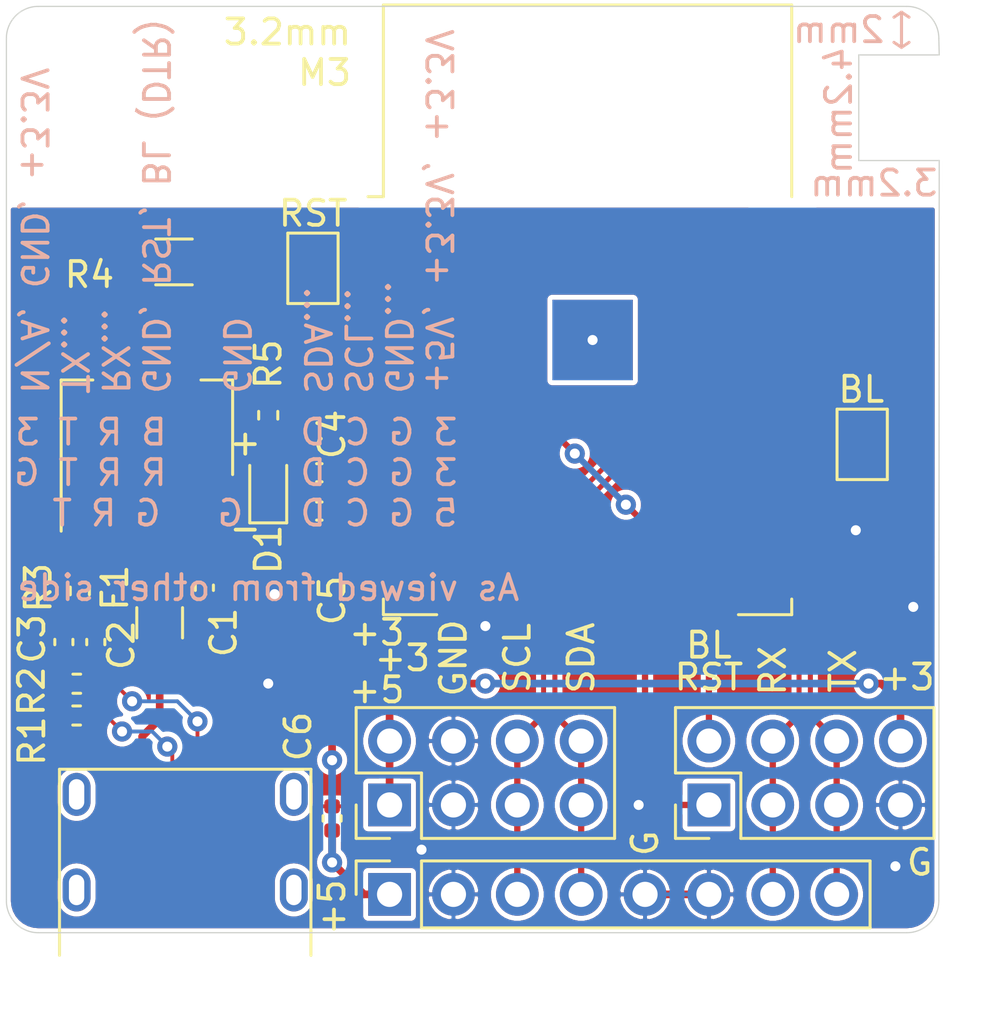
<source format=kicad_pcb>
(kicad_pcb (version 20171130) (host pcbnew 5.1.10)
  (layers (0 F.Cu signal) (31 B.Cu signal) (34 B.Paste user) (35 F.Paste user) (36 B.SilkS user) (37 F.SilkS user) (38 B.Mask user) (39 F.Mask user) (44 Edge.Cuts user))
  (net 0 "")
  (net 1 GND)
  (net 2 +5V)
  (net 3 "Net-(C2-Pad1)")
  (net 4 +3V3)
  (net 5 "Net-(D1-Pad2)")
  (net 6 "Net-(F1-Pad2)")
  (net 7 "Net-(J1-PadA5)")
  (net 8 "Net-(J1-PadB5)")
  (net 9 /SCL)
  (net 10 /SDA)
  (net 11 /TX)
  (net 12 /RX)
  (net 13 /RST)
  (net 14 /DTR)
  (net 15 "Net-(U2-Pad2)")
  (net 16 "Net-(U2-Pad3)")
  (net 17 "Net-(U2-Pad4)")
  (net 18 "Net-(U2-Pad5)")
  (net 19 "Net-(U2-Pad6)")
  (net 20 "Net-(U2-Pad7)")
  (net 21 "Net-(U2-Pad10)")
  (net 22 "Net-(U2-Pad11)")
  (module footprints:M17 (layer F.Cu) (at 141.478 160.822)
    (fp_text reference J1 hide)
    (fp_text value USB-C)
    (fp_line (start 5 -4) (end 5 3.4) (layer F.SilkS) (width 0.12))
    (fp_line (start -5 -4) (end 5 -4) (layer F.SilkS) (width 0.12))
    (fp_line (start -5 -4) (end -5 3.4) (layer F.SilkS) (width 0.12))
    (pad A12 smd rect (at -2.75 -3.15) (size 0.8 1.2) (layers F.Cu F.Paste F.Mask) (net 1 GND))
    (pad A12 smd rect (at 2.75 -3.15) (size 0.8 1.2) (layers F.Cu F.Paste F.Mask) (net 1 GND))
    (pad B9 smd rect (at 1.52 -3.15) (size 0.76 1.2) (layers F.Cu F.Paste F.Mask) (net 6 "Net-(F1-Pad2)"))
    (pad B9 smd rect (at -1.52 -3.15) (size 0.76 1.2) (layers F.Cu F.Paste F.Mask) (net 6 "Net-(F1-Pad2)"))
    (pad A5 smd rect (at -0.5 -3.15) (size 0.7 1.2) (layers F.Cu F.Paste F.Mask) (net 7 "Net-(J1-PadA5)"))
    (pad B5 smd rect (at 0.5 -3.15) (size 0.7 1.2) (layers F.Cu F.Paste F.Mask) (net 8 "Net-(J1-PadB5)"))
    (pad 2 thru_hole oval (at 4.32 -3) (size 1.11 1.71) (drill oval 0.61 1.21) (layers *.Cu *.Mask))
    (pad 3 thru_hole oval (at 4.32 0.8) (size 1.11 1.71) (drill oval 0.61 1.21) (layers *.Cu *.Mask))
    (pad 4 thru_hole oval (at -4.32 0.8) (size 1.11 1.71) (drill oval 0.61 1.21) (layers *.Cu *.Mask))
    (pad 1 thru_hole oval (at -4.32 -3) (size 1.11 1.71) (drill oval 0.61 1.21) (layers *.Cu *.Mask))
  )
  (module MountingHole:MountingHole_3.2mm_M3 (layer F.Cu) (at 137.966 130.122)
    (fp_text reference H1 hide)
    (fp_text value M3)
    (pad 1 np_thru_hole circle (at 0 0) (size 3.2 3.2) (drill 3.2) (layers *.Cu *.Mask))
  )
  (module Package_TO_SOT_SMD:SOT-223-3_TabPin2 (layer F.Cu) (at 139.954 143.256 90)
    (fp_text reference U1)
    (fp_text value AMS1117-3.3)
    (fp_line (start -4.1 -3.41) (end 1.91 -3.41) (layer F.SilkS) (width 0.12))
    (fp_line (start -1.85 3.41) (end 1.91 3.41) (layer F.SilkS) (width 0.12))
    (fp_line (start 1.91 -3.41) (end 1.91 -2.15) (layer F.SilkS) (width 0.12))
    (fp_line (start 1.91 3.41) (end 1.91 2.15) (layer F.SilkS) (width 0.12))
    (pad 1 smd rect (at -3.15 -2.3 90) (size 2 1.5) (layers F.Cu F.Paste F.Mask) (net 1 GND))
    (pad 3 smd rect (at -3.15 2.3 90) (size 2 1.5) (layers F.Cu F.Paste F.Mask) (net 2 +5V))
    (pad 2 smd rect (at -3.15 0 90) (size 2 1.5) (layers F.Cu F.Paste F.Mask) (net 4 +3V3))
    (pad 2 smd rect (at 3.15 0 90) (size 2 3.8) (layers F.Cu F.Paste F.Mask) (net 4 +3V3))
  )
  (module Resistor_SMD:R_0402_1005Metric (layer F.Cu) (at 144.78 142.748 90)
    (fp_text reference R5 (at 2.032 0 270) (layer F.SilkS))
    (fp_text value 1k)
    (fp_line (start -0.153641 0.38) (end 0.153641 0.38) (layer F.SilkS) (width 0.12))
    (fp_line (start -0.153641 -0.38) (end 0.153641 -0.38) (layer F.SilkS) (width 0.12))
    (pad 2 smd roundrect (at 0.51 0 90) (size 0.54 0.64) (layers F.Cu F.Paste F.Mask) (net 4 +3V3))
    (pad 1 smd roundrect (at -0.51 0 90) (size 0.54 0.64) (layers F.Cu F.Paste F.Mask) (net 5 "Net-(D1-Pad2)"))
  )
  (module Resistor_SMD:R_1206_3216Metric (layer F.Cu) (at 141.0315 136.652)
    (fp_text reference R4 (at -3.3635 0.508) (layer F.SilkS))
    (fp_text value 270-330)
    (fp_line (start -0.727064 0.91) (end 0.727064 0.91) (layer F.SilkS) (width 0.12))
    (fp_line (start -0.727064 -0.91) (end 0.727064 -0.91) (layer F.SilkS) (width 0.12))
    (pad 2 smd roundrect (at 1.4625 0) (size 1.125 1.75) (layers F.Cu F.Paste F.Mask) (roundrect_rratio 0.2222213333333333) (net 4 +3V3))
    (pad 1 smd roundrect (at -1.4625 0) (size 1.125 1.75) (layers F.Cu F.Paste F.Mask) (roundrect_rratio 0.2222213333333333) (net 1 GND))
  )
  (module Resistor_SMD:R_0402_1005Metric (layer F.Cu) (at 137.287 149.733 270)
    (fp_text reference R3 (at -0.127 1.651 270) (layer F.SilkS))
    (fp_text value 1)
    (fp_line (start -0.153641 0.38) (end 0.153641 0.38) (layer F.SilkS) (width 0.12))
    (fp_line (start -0.153641 -0.38) (end 0.153641 -0.38) (layer F.SilkS) (width 0.12))
    (pad 2 smd roundrect (at 0.51 0 270) (size 0.54 0.64) (layers F.Cu F.Paste F.Mask) (net 3 "Net-(C2-Pad1)"))
    (pad 1 smd roundrect (at -0.51 0 270) (size 0.54 0.64) (layers F.Cu F.Paste F.Mask) (net 4 +3V3))
  )
  (module Resistor_SMD:R_0402_1005Metric (layer F.Cu) (at 137.166 153.422)
    (fp_text reference R2 (at -1.8 0.3 90) (layer F.SilkS))
    (fp_text value 5.1k)
    (fp_line (start -0.153641 0.38) (end 0.153641 0.38) (layer F.SilkS) (width 0.12))
    (fp_line (start -0.153641 -0.38) (end 0.153641 -0.38) (layer F.SilkS) (width 0.12))
    (pad 2 smd roundrect (at 0.51 0) (size 0.54 0.64) (layers F.Cu F.Paste F.Mask) (net 8 "Net-(J1-PadB5)"))
    (pad 1 smd roundrect (at -0.51 0) (size 0.54 0.64) (layers F.Cu F.Paste F.Mask) (net 1 GND))
  )
  (module Resistor_SMD:R_0402_1005Metric (layer F.Cu) (at 137.16 154.686)
    (fp_text reference R1 (at -1.778 1.016 90) (layer F.SilkS))
    (fp_text value 5.1k)
    (fp_line (start -0.153641 0.38) (end 0.153641 0.38) (layer F.SilkS) (width 0.12))
    (fp_line (start -0.153641 -0.38) (end 0.153641 -0.38) (layer F.SilkS) (width 0.12))
    (pad 2 smd roundrect (at 0.51 0) (size 0.54 0.64) (layers F.Cu F.Paste F.Mask) (net 7 "Net-(J1-PadA5)"))
    (pad 1 smd roundrect (at -0.51 0) (size 0.54 0.64) (layers F.Cu F.Paste F.Mask) (net 1 GND))
  )
  (module Jumper:SolderJumper-2_P1.3mm_Open_Pad1.0x1.5mm (layer F.Cu) (at 168.402 143.906 270)
    (fp_text reference JP2 hide)
    (fp_text value BL)
    (fp_line (start -1.4 -1) (end 1.4 -1) (layer F.SilkS) (width 0.12))
    (fp_line (start 1.4 -1) (end 1.4 1) (layer F.SilkS) (width 0.12))
    (fp_line (start 1.4 1) (end -1.4 1) (layer F.SilkS) (width 0.12))
    (fp_line (start -1.4 1) (end -1.4 -1) (layer F.SilkS) (width 0.12))
    (pad 1 smd rect (at -0.65 0 270) (size 1 1.5) (layers F.Cu F.Mask) (net 14 /DTR))
    (pad 2 smd rect (at 0.65 0 270) (size 1 1.5) (layers F.Cu F.Mask) (net 1 GND))
  )
  (module Jumper:SolderJumper-2_P1.3mm_Open_Pad1.0x1.5mm (layer F.Cu) (at 146.558 136.906 270)
    (fp_text reference JP1 hide)
    (fp_text value RST)
    (fp_line (start -1.4 -1) (end 1.4 -1) (layer F.SilkS) (width 0.12))
    (fp_line (start 1.4 -1) (end 1.4 1) (layer F.SilkS) (width 0.12))
    (fp_line (start 1.4 1) (end -1.4 1) (layer F.SilkS) (width 0.12))
    (fp_line (start -1.4 1) (end -1.4 -1) (layer F.SilkS) (width 0.12))
    (pad 1 smd rect (at -0.65 0 270) (size 1 1.5) (layers F.Cu F.Mask) (net 13 /RST))
    (pad 2 smd rect (at 0.65 0 270) (size 1 1.5) (layers F.Cu F.Mask) (net 1 GND))
  )
  (module Connector_PinSocket_2.54mm:PinSocket_1x08_P2.54mm_Vertical (layer F.Cu) (at 149.606 161.798 90)
    (fp_text reference J3 hide)
    (fp_text value "SPS30 PM")
    (fp_line (start 0 -1.33) (end 1.33 -1.33) (layer F.SilkS) (width 0.12))
    (fp_line (start 1.33 -1.33) (end 1.33 0) (layer F.SilkS) (width 0.12))
    (fp_line (start 1.33 1.27) (end 1.33 19.11) (layer F.SilkS) (width 0.12))
    (fp_line (start -1.33 19.11) (end 1.33 19.11) (layer F.SilkS) (width 0.12))
    (fp_line (start -1.33 1.27) (end -1.33 19.11) (layer F.SilkS) (width 0.12))
    (fp_line (start -1.33 1.27) (end 1.33 1.27) (layer F.SilkS) (width 0.12))
    (pad 8 thru_hole oval (at 0 17.78 90) (size 1.7 1.7) (drill 1) (layers *.Cu *.Mask) (net 11 /TX))
    (pad 7 thru_hole oval (at 0 15.24 90) (size 1.7 1.7) (drill 1) (layers *.Cu *.Mask) (net 12 /RX))
    (pad 6 thru_hole oval (at 0 12.7 90) (size 1.7 1.7) (drill 1) (layers *.Cu *.Mask) (net 1 GND))
    (pad 5 thru_hole oval (at 0 10.16 90) (size 1.7 1.7) (drill 1) (layers *.Cu *.Mask) (net 1 GND))
    (pad 4 thru_hole oval (at 0 7.62 90) (size 1.7 1.7) (drill 1) (layers *.Cu *.Mask) (net 10 /SDA))
    (pad 3 thru_hole oval (at 0 5.08 90) (size 1.7 1.7) (drill 1) (layers *.Cu *.Mask) (net 9 /SCL))
    (pad 2 thru_hole oval (at 0 2.54 90) (size 1.7 1.7) (drill 1) (layers *.Cu *.Mask) (net 1 GND))
    (pad 1 thru_hole rect (at 0 0 90) (size 1.7 1.7) (drill 1) (layers *.Cu *.Mask) (net 2 +5V))
  )
  (module Connector_PinHeader_2.54mm:PinHeader_2x04_P2.54mm_Vertical (layer F.Cu) (at 149.606 158.242 90)
    (fp_text reference J2)
    (fp_text value "SCD41 CO2 / SGP40 VOC")
    (fp_line (start -1.33 -1.33) (end 0 -1.33) (layer F.SilkS) (width 0.12))
    (fp_line (start -1.33 0) (end -1.33 -1.33) (layer F.SilkS) (width 0.12))
    (fp_line (start 1.27 -1.33) (end 3.87 -1.33) (layer F.SilkS) (width 0.12))
    (fp_line (start 1.27 1.27) (end 1.27 -1.33) (layer F.SilkS) (width 0.12))
    (fp_line (start -1.33 1.27) (end 1.27 1.27) (layer F.SilkS) (width 0.12))
    (fp_line (start 3.87 -1.33) (end 3.87 8.95) (layer F.SilkS) (width 0.12))
    (fp_line (start -1.33 1.27) (end -1.33 8.95) (layer F.SilkS) (width 0.12))
    (fp_line (start -1.33 8.95) (end 3.87 8.95) (layer F.SilkS) (width 0.12))
    (pad 8 thru_hole oval (at 2.54 7.62 90) (size 1.7 1.7) (drill 1) (layers *.Cu *.Mask) (net 10 /SDA))
    (pad 7 thru_hole oval (at 0 7.62 90) (size 1.7 1.7) (drill 1) (layers *.Cu *.Mask) (net 10 /SDA))
    (pad 6 thru_hole oval (at 2.54 5.08 90) (size 1.7 1.7) (drill 1) (layers *.Cu *.Mask) (net 9 /SCL))
    (pad 5 thru_hole oval (at 0 5.08 90) (size 1.7 1.7) (drill 1) (layers *.Cu *.Mask) (net 9 /SCL))
    (pad 4 thru_hole oval (at 2.54 2.54 90) (size 1.7 1.7) (drill 1) (layers *.Cu *.Mask) (net 1 GND))
    (pad 3 thru_hole oval (at 0 2.54 90) (size 1.7 1.7) (drill 1) (layers *.Cu *.Mask) (net 1 GND))
    (pad 2 thru_hole oval (at 2.54 0 90) (size 1.7 1.7) (drill 1) (layers *.Cu *.Mask) (net 4 +3V3))
    (pad 1 thru_hole rect (at 0 0 90) (size 1.7 1.7) (drill 1) (layers *.Cu *.Mask) (net 4 +3V3))
  )
  (module Fuse:Fuse_1206_3216Metric (layer F.Cu) (at 140.462 151 270)
    (fp_text reference F1 (at -1.394 1.778 90) (layer F.SilkS))
    (fp_text value "1A hold")
    (fp_line (start -0.602064 0.91) (end 0.602064 0.91) (layer F.SilkS) (width 0.12))
    (fp_line (start -0.602064 -0.91) (end 0.602064 -0.91) (layer F.SilkS) (width 0.12))
    (pad 2 smd roundrect (at 1.4 0 270) (size 1.25 1.75) (layers F.Cu F.Paste F.Mask) (roundrect_rratio 0.2) (net 6 "Net-(F1-Pad2)"))
    (pad 1 smd roundrect (at -1.4 0 270) (size 1.25 1.75) (layers F.Cu F.Paste F.Mask) (roundrect_rratio 0.2) (net 2 +5V))
  )
  (module LED_SMD:LED_0603_1608Metric (layer F.Cu) (at 144.78 145.542 90)
    (fp_text reference D1 (at -2.54 0 270) (layer F.SilkS))
    (fp_text value LED)
    (fp_line (start -1.485 0.735) (end 0.8 0.735) (layer F.SilkS) (width 0.12))
    (fp_line (start -1.485 -0.735) (end -1.485 0.735) (layer F.SilkS) (width 0.12))
    (fp_line (start 0.8 -0.735) (end -1.485 -0.735) (layer F.SilkS) (width 0.12))
    (pad 2 smd roundrect (at 0.7875 0 90) (size 0.875 0.95) (layers F.Cu F.Paste F.Mask) (net 5 "Net-(D1-Pad2)"))
    (pad 1 smd roundrect (at -0.7875 0 90) (size 0.875 0.95) (layers F.Cu F.Paste F.Mask) (net 1 GND))
  )
  (module Capacitor_SMD:C_0402_1005Metric (layer F.Cu) (at 147.32 158.778 270)
    (fp_text reference C6 (at -3.256 1.354 270) (layer F.SilkS))
    (fp_text value 1uF)
    (fp_line (start -0.107836 0.36) (end 0.107836 0.36) (layer F.SilkS) (width 0.12))
    (fp_line (start -0.107836 -0.36) (end 0.107836 -0.36) (layer F.SilkS) (width 0.12))
    (pad 2 smd roundrect (at 0.48 0 270) (size 0.56 0.62) (layers F.Cu F.Paste F.Mask) (net 2 +5V))
    (pad 1 smd roundrect (at -0.48 0 270) (size 0.56 0.62) (layers F.Cu F.Paste F.Mask) (net 1 GND))
  )
  (module Capacitor_SMD:C_0402_1005Metric (layer F.Cu) (at 146.812 146.558)
    (fp_text reference C5 (at 0.508 3.556 90) (layer F.SilkS))
    (fp_text value 0.1uF)
    (fp_line (start -0.107836 0.36) (end 0.107836 0.36) (layer F.SilkS) (width 0.12))
    (fp_line (start -0.107836 -0.36) (end 0.107836 -0.36) (layer F.SilkS) (width 0.12))
    (pad 2 smd roundrect (at 0.48 0) (size 0.56 0.62) (layers F.Cu F.Paste F.Mask) (net 1 GND))
    (pad 1 smd roundrect (at -0.48 0) (size 0.56 0.62) (layers F.Cu F.Paste F.Mask) (net 4 +3V3))
  )
  (module Capacitor_SMD:C_0402_1005Metric (layer F.Cu) (at 146.812 145.034)
    (fp_text reference C4 (at 0.508 -1.524 90) (layer F.SilkS))
    (fp_text value 10uF)
    (fp_line (start -0.107836 0.36) (end 0.107836 0.36) (layer F.SilkS) (width 0.12))
    (fp_line (start -0.107836 -0.36) (end 0.107836 -0.36) (layer F.SilkS) (width 0.12))
    (pad 2 smd roundrect (at 0.48 0) (size 0.56 0.62) (layers F.Cu F.Paste F.Mask) (net 1 GND))
    (pad 1 smd roundrect (at -0.48 0) (size 0.56 0.62) (layers F.Cu F.Paste F.Mask) (net 4 +3V3))
  )
  (module Capacitor_SMD:C_0402_1005Metric (layer F.Cu) (at 136.652 151.765 270)
    (fp_text reference C3 (at -0.127 1.27 90) (layer F.SilkS))
    (fp_text value 10uF)
    (fp_line (start -0.107836 0.36) (end 0.107836 0.36) (layer F.SilkS) (width 0.12))
    (fp_line (start -0.107836 -0.36) (end 0.107836 -0.36) (layer F.SilkS) (width 0.12))
    (pad 2 smd roundrect (at 0.48 0 270) (size 0.56 0.62) (layers F.Cu F.Paste F.Mask) (net 1 GND))
    (pad 1 smd roundrect (at -0.48 0 270) (size 0.56 0.62) (layers F.Cu F.Paste F.Mask) (net 3 "Net-(C2-Pad1)"))
  )
  (module Capacitor_SMD:C_0402_1005Metric (layer F.Cu) (at 137.922 151.765 270)
    (fp_text reference C2 (at 0.127 -1.016 90) (layer F.SilkS))
    (fp_text value 10uF hide)
    (fp_line (start -0.107836 0.36) (end 0.107836 0.36) (layer F.SilkS) (width 0.12))
    (fp_line (start -0.107836 -0.36) (end 0.107836 -0.36) (layer F.SilkS) (width 0.12))
    (pad 2 smd roundrect (at 0.48 0 270) (size 0.56 0.62) (layers F.Cu F.Paste F.Mask) (net 1 GND))
    (pad 1 smd roundrect (at -0.48 0 270) (size 0.56 0.62) (layers F.Cu F.Paste F.Mask) (net 3 "Net-(C2-Pad1)"))
  )
  (module Capacitor_SMD:C_0402_1005Metric (layer F.Cu) (at 142.24 149.606 270)
    (fp_text reference C1 (at 1.778 -0.762 270) (layer F.SilkS))
    (fp_text value 1uF)
    (fp_line (start -0.107836 0.36) (end 0.107836 0.36) (layer F.SilkS) (width 0.12))
    (fp_line (start -0.107836 -0.36) (end 0.107836 -0.36) (layer F.SilkS) (width 0.12))
    (pad 2 smd roundrect (at 0.48 0 270) (size 0.56 0.62) (layers F.Cu F.Paste F.Mask) (net 1 GND))
    (pad 1 smd roundrect (at -0.48 0 270) (size 0.56 0.62) (layers F.Cu F.Paste F.Mask) (net 2 +5V))
  )
  (module footprints:ESP-12S (layer F.Cu) (at 157.48 138.557)
    (fp_text reference U2)
    (fp_text value ESP-12S)
    (fp_line (start -8.12 -12.12) (end 8.12 -12.12) (layer F.SilkS) (width 0.12))
    (fp_line (start 8.12 -12.12) (end 8.12 -4.5) (layer F.SilkS) (width 0.12))
    (fp_line (start 8.12 11.5) (end 8.12 12.12) (layer F.SilkS) (width 0.12))
    (fp_line (start 8.12 12.12) (end 6 12.12) (layer F.SilkS) (width 0.12))
    (fp_line (start -6 12.12) (end -8.12 12.12) (layer F.SilkS) (width 0.12))
    (fp_line (start -8.12 12.12) (end -8.12 11.5) (layer F.SilkS) (width 0.12))
    (fp_line (start -8.12 -4.5) (end -8.12 -12.12) (layer F.SilkS) (width 0.12))
    (fp_line (start -8.12 -4.5) (end -8.73 -4.5) (layer F.SilkS) (width 0.12))
    (pad "" thru_hole rect (at 0.2 1.2) (size 3.2 3.2) (drill 0.4) (layers *.Cu *.Mask))
    (pad 16 smd rect (at 7.75 -3.5) (size 2.2 1.1) (layers F.Cu F.Paste F.Mask) (net 11 /TX))
    (pad 15 smd rect (at 7.75 -1.5) (size 2.2 1.1) (layers F.Cu F.Paste F.Mask) (net 12 /RX))
    (pad 14 smd rect (at 7.75 0.5) (size 2.2 1.1) (layers F.Cu F.Paste F.Mask) (net 9 /SCL))
    (pad 13 smd rect (at 7.75 2.5) (size 2.2 1.1) (layers F.Cu F.Paste F.Mask) (net 10 /SDA))
    (pad 12 smd rect (at 7.75 4.5) (size 2.2 1.1) (layers F.Cu F.Paste F.Mask) (net 14 /DTR))
    (pad 11 smd rect (at 7.75 6.5) (size 2.2 1.1) (layers F.Cu F.Paste F.Mask) (net 22 "Net-(U2-Pad11)"))
    (pad 10 smd rect (at 7.75 8.5) (size 2.2 1.1) (layers F.Cu F.Paste F.Mask) (net 21 "Net-(U2-Pad10)"))
    (pad 9 smd rect (at 7.7 10.5) (size 2.3 1.1) (layers F.Cu F.Paste F.Mask) (net 1 GND))
    (pad 8 smd rect (at -7.75 10.5) (size 2.2 1.1) (layers F.Cu F.Paste F.Mask) (net 4 +3V3))
    (pad 7 smd rect (at -7.75 8.5) (size 2.2 1.1) (layers F.Cu F.Paste F.Mask) (net 20 "Net-(U2-Pad7)"))
    (pad 6 smd rect (at -7.75 6.5) (size 2.2 1.1) (layers F.Cu F.Paste F.Mask) (net 19 "Net-(U2-Pad6)"))
    (pad 5 smd rect (at -7.75 4.5) (size 2.2 1.1) (layers F.Cu F.Paste F.Mask) (net 18 "Net-(U2-Pad5)"))
    (pad 4 smd rect (at -7.75 2.5) (size 2.2 1.1) (layers F.Cu F.Paste F.Mask) (net 17 "Net-(U2-Pad4)"))
    (pad 3 smd rect (at -7.75 0.5) (size 2.2 1.1) (layers F.Cu F.Paste F.Mask) (net 16 "Net-(U2-Pad3)"))
    (pad 2 smd rect (at -7.75 -1.5) (size 2.2 1.1) (layers F.Cu F.Paste F.Mask) (net 15 "Net-(U2-Pad2)"))
    (pad 1 smd rect (at -7.75 -3.5) (size 2.2 1.1) (layers F.Cu F.Paste F.Mask) (net 13 /RST))
  )
  (module Connector_PinHeader_2.54mm:PinHeader_2x04_P2.54mm_Vertical (layer F.Cu) (at 162.306 158.242 90)
    (fp_text reference J4 hide)
    (fp_text value "TTL Serial")
    (fp_line (start -1.33 -1.33) (end 0 -1.33) (layer F.SilkS) (width 0.12))
    (fp_line (start -1.33 0) (end -1.33 -1.33) (layer F.SilkS) (width 0.12))
    (fp_line (start 1.27 -1.33) (end 3.87 -1.33) (layer F.SilkS) (width 0.12))
    (fp_line (start 1.27 1.27) (end 1.27 -1.33) (layer F.SilkS) (width 0.12))
    (fp_line (start -1.33 1.27) (end 1.27 1.27) (layer F.SilkS) (width 0.12))
    (fp_line (start 3.87 -1.33) (end 3.87 8.95) (layer F.SilkS) (width 0.12))
    (fp_line (start -1.33 1.27) (end -1.33 8.95) (layer F.SilkS) (width 0.12))
    (fp_line (start -1.33 8.95) (end 3.87 8.95) (layer F.SilkS) (width 0.12))
    (pad 8 thru_hole oval (at 2.54 7.62 90) (size 1.7 1.7) (drill 1) (layers *.Cu *.Mask) (net 4 +3V3))
    (pad 7 thru_hole oval (at 0 7.62 90) (size 1.7 1.7) (drill 1) (layers *.Cu *.Mask) (net 1 GND))
    (pad 6 thru_hole oval (at 2.54 5.08 90) (size 1.7 1.7) (drill 1) (layers *.Cu *.Mask) (net 11 /TX))
    (pad 5 thru_hole oval (at 0 5.08 90) (size 1.7 1.7) (drill 1) (layers *.Cu *.Mask) (net 11 /TX))
    (pad 4 thru_hole oval (at 2.54 2.54 90) (size 1.7 1.7) (drill 1) (layers *.Cu *.Mask) (net 12 /RX))
    (pad 3 thru_hole oval (at 0 2.54 90) (size 1.7 1.7) (drill 1) (layers *.Cu *.Mask) (net 12 /RX))
    (pad 2 thru_hole oval (at 2.54 0 90) (size 1.7 1.7) (drill 1) (layers *.Cu *.Mask) (net 14 /DTR))
    (pad 1 thru_hole rect (at 0 0 90) (size 1.7 1.7) (drill 1) (layers *.Cu *.Mask) (net 13 /RST))
  )
  (gr_text - (at 143.866 147.222) (layer F.SilkS) (effects (font (size 1 1))))
  (gr_text 2mm (at 167.466 127.422) (layer B.SilkS) (effects (font (size 1 1)) (justify mirror)))
  (gr_line (start 169.966 126.722) (end 170.266 126.922) (layer B.SilkS) (width 0.12))
  (gr_line (start 169.966 126.722) (end 169.666 126.922) (layer B.SilkS) (width 0.12))
  (gr_line (start 169.966 128.122) (end 170.266 127.922) (layer B.SilkS) (width 0.12))
  (gr_line (start 169.966 128.122) (end 169.666 127.922) (layer B.SilkS) (width 0.12))
  (gr_line (start 169.966 126.722) (end 169.966 128.122) (layer B.SilkS) (width 0.12))
  (gr_text 3.2mm (at 168.866 133.522) (layer B.SilkS) (effects (font (size 1 1)) (justify mirror)))
  (gr_text 4.2mm (at 167.466 130.622 90) (layer B.SilkS) (effects (font (size 1 1)) (justify mirror)))
  (gr_line (start 171.466 132.622) (end 171.45 162.052) (layer Edge.Cuts) (width 0.05))
  (gr_line (start 171.45 127.762) (end 171.466 128.422) (layer Edge.Cuts) (width 0.05))
  (gr_line (start 168.266 132.622) (end 171.466 132.622) (layer Edge.Cuts) (width 0.05))
  (gr_line (start 168.266 128.422) (end 168.266 132.622) (layer Edge.Cuts) (width 0.05))
  (gr_line (start 171.466 128.422) (end 168.266 128.422) (layer Edge.Cuts) (width 0.05))
  (gr_text BL (at 168.366 141.722) (layer F.SilkS) (effects (font (size 1 1))))
  (gr_text RST (at 146.566 134.722) (layer F.SilkS) (effects (font (size 1 1))))
  (gr_text "+5V, +3.3V, +3.3V\nGND...\nSCL...\nSDA...\n\nGND\n\nGND, RST, BL (DTR)\nRX...\nTX...\nN/A, GND, +3.3V" (at 143.51 141.986 -90) (layer B.SilkS) (effects (font (size 1 1)) (justify left mirror)))
  (gr_text + (at 143.866 143.822) (layer F.SilkS) (effects (font (size 1 1))))
  (gr_text "As viewed from other side" (at 144.78 149.606) (layer B.SilkS) (effects (font (size 1 1)) (justify mirror)))
  (gr_text "3 G C D       B R T 3\n3 G C D       R R T G\n5 G C D   G   G R T" (at 152.4 145.034) (layer B.SilkS) (effects (font (size 1 1)) (justify left mirror)))
  (gr_text "3.2mm\nM3" (at 148.166 128.322) (layer F.SilkS) (effects (font (size 1 1)) (justify right)))
  (gr_text +5 (at 149.098 153.67) (layer F.SilkS) (effects (font (size 1 1))))
  (gr_text +3 (at 150.114 152.4) (layer F.SilkS) (effects (font (size 1 1))))
  (gr_text +3 (at 149.098 151.384) (layer F.SilkS) (effects (font (size 1 1))))
  (gr_text RST (at 162.306 153.162) (layer F.SilkS) (effects (font (size 1 1))))
  (gr_text BL (at 162.306 151.892) (layer F.SilkS) (effects (font (size 1 1))))
  (gr_text G (at 159.766 159.766 90) (layer F.SilkS) (effects (font (size 1 1))))
  (gr_text SDA (at 157.226 152.4 90) (layer F.SilkS) (effects (font (size 1 1))))
  (gr_text SCL (at 154.686 152.4 90) (layer F.SilkS) (effects (font (size 1 1))))
  (gr_text GND (at 152.146 152.4 90) (layer F.SilkS) (effects (font (size 1 1))))
  (gr_text TX (at 167.64 152.908 90) (layer F.SilkS) (effects (font (size 1 1))))
  (gr_text RX (at 164.846 152.908 90) (layer F.SilkS) (effects (font (size 1 1))))
  (gr_text +5 (at 147.32 162.306 90) (layer F.SilkS) (effects (font (size 1 1))))
  (gr_text +3 (at 170.18 153.162) (layer F.SilkS) (effects (font (size 1 1))))
  (gr_text G (at 170.688 160.528) (layer F.SilkS) (effects (font (size 1 1))))
  (gr_arc (start 170.18 127.762) (end 171.45 127.762) (angle -90) (layer Edge.Cuts) (width 0.05))
  (gr_line (start 135.636 126.492) (end 170.18 126.492) (layer Edge.Cuts) (width 0.05))
  (gr_line (start 134.366 127.762) (end 134.366 162.052) (layer Edge.Cuts) (width 0.05))
  (gr_arc (start 170.18 162.052) (end 170.18 163.322) (angle -90) (layer Edge.Cuts) (width 0.05))
  (gr_line (start 135.636 163.322) (end 170.18 163.322) (layer Edge.Cuts) (width 0.05))
  (gr_arc (start 135.636 162.052) (end 134.366 162.052) (angle -90) (layer Edge.Cuts) (width 0.05))
  (gr_arc (start 135.636 127.762) (end 135.636 126.492) (angle -90) (layer Edge.Cuts) (width 0.05))
  (via (at 153.416 151.13) (size 0.8) (drill 0.4) (layers F.Cu B.Cu) (net 1))
  (segment (start 162.306 161.798) (end 159.766 161.798) (width 0.3048) (layer F.Cu) (net 1))
  (via (at 144.78 153.416) (size 0.8) (drill 0.4) (layers F.Cu B.Cu) (net 1))
  (via (at 150.876 160.02) (size 0.8) (drill 0.4) (layers F.Cu B.Cu) (net 1))
  (via (at 159.512 158.242) (size 0.8) (drill 0.4) (layers F.Cu B.Cu) (net 1))
  (via (at 169.7228 160.6804) (size 0.8) (drill 0.4) (layers F.Cu B.Cu) (net 1))
  (via (at 168.148 147.32) (size 0.8) (drill 0.4) (layers F.Cu B.Cu) (net 1))
  (via (at 170.434 150.368) (size 0.8) (drill 0.4) (layers F.Cu B.Cu) (net 1))
  (via (at 145.034 149.86) (size 0.8) (drill 0.4) (layers F.Cu B.Cu) (net 1))
  (segment (start 140.936 149.126) (end 142.24 149.126) (width 0.3048) (layer F.Cu) (net 2))
  (segment (start 140.462 149.6) (end 140.936 149.126) (width 0.3048) (layer F.Cu) (net 2))
  (segment (start 142.55 149.126) (end 147.32 153.896) (width 0.3048) (layer F.Cu) (net 2))
  (segment (start 142.24 149.126) (end 142.55 149.126) (width 0.3048) (layer F.Cu) (net 2))
  (segment (start 149.352 162.052) (end 149.606 161.798) (width 0.3048) (layer F.Cu) (net 2))
  (segment (start 142.254 147.052) (end 142.254 146.406) (width 0.3048) (layer F.Cu) (net 2))
  (segment (start 140.462 148.844) (end 142.254 147.052) (width 0.3048) (layer F.Cu) (net 2))
  (segment (start 140.462 149.6) (end 140.462 148.844) (width 0.3048) (layer F.Cu) (net 2))
  (via (at 147.32 160.528) (size 0.8) (drill 0.4) (layers F.Cu B.Cu) (net 2))
  (segment (start 148.59 161.798) (end 147.32 160.528) (width 0.3048) (layer F.Cu) (net 2))
  (segment (start 149.606 161.798) (end 148.59 161.798) (width 0.3048) (layer F.Cu) (net 2))
  (via (at 147.32 156.464) (size 0.8) (drill 0.4) (layers F.Cu B.Cu) (net 2))
  (segment (start 147.32 160.528) (end 147.32 156.464) (width 0.3048) (layer B.Cu) (net 2))
  (segment (start 147.32 156.464) (end 147.32 153.896) (width 0.3048) (layer F.Cu) (net 2))
  (segment (start 147.32 159.258) (end 147.32 160.528) (width 0.3048) (layer F.Cu) (net 2))
  (segment (start 137.287 150.65) (end 136.652 151.285) (width 0.25) (layer F.Cu) (net 3))
  (segment (start 137.287 150.243) (end 137.287 150.65) (width 0.25) (layer F.Cu) (net 3))
  (segment (start 137.287 150.65) (end 137.922 151.285) (width 0.25) (layer F.Cu) (net 3))
  (segment (start 149.606 158.242) (end 149.606 155.702) (width 0.3048) (layer F.Cu) (net 4))
  (segment (start 137.287 149.223) (end 137.289 149.223) (width 0.3048) (layer F.Cu) (net 4))
  (segment (start 148.041 149.057) (end 146.304 147.32) (width 0.3048) (layer F.Cu) (net 4))
  (segment (start 149.73 149.057) (end 148.041 149.057) (width 0.3048) (layer F.Cu) (net 4))
  (segment (start 146.304 147.32) (end 146.304 151.13) (width 0.3048) (layer F.Cu) (net 4))
  (segment (start 146.304 151.13) (end 148.59 153.416) (width 0.3048) (layer F.Cu) (net 4))
  (segment (start 148.59 153.416) (end 149.606 154.432) (width 0.3048) (layer F.Cu) (net 4))
  (segment (start 149.606 154.432) (end 149.606 155.702) (width 0.3048) (layer F.Cu) (net 4))
  (segment (start 145.544 142.238) (end 146.304 141.478) (width 0.3048) (layer F.Cu) (net 4))
  (segment (start 144.78 142.238) (end 145.544 142.238) (width 0.3048) (layer F.Cu) (net 4))
  (segment (start 146.304 147.32) (end 146.304 141.478) (width 0.3048) (layer F.Cu) (net 4))
  (via (at 153.416 153.416) (size 0.8) (drill 0.4) (layers F.Cu B.Cu) (net 4))
  (via (at 168.656 153.416) (size 0.8) (drill 0.4) (layers F.Cu B.Cu) (net 4))
  (segment (start 146.304 141.478) (end 146.304 140.466698) (width 0.3048) (layer F.Cu) (net 4))
  (segment (start 146.304 140.466698) (end 144.904651 139.067349) (width 0.3048) (layer F.Cu) (net 4))
  (segment (start 144.904651 139.067349) (end 144.013302 138.176) (width 0.3048) (layer F.Cu) (net 4))
  (segment (start 144.013302 138.171302) (end 142.494 136.652) (width 0.3048) (layer F.Cu) (net 4))
  (segment (start 144.013302 138.176) (end 144.013302 138.171302) (width 0.3048) (layer F.Cu) (net 4))
  (segment (start 139.954 147.066) (end 139.954 146.406) (width 0.3048) (layer F.Cu) (net 4))
  (segment (start 136.652 149.098) (end 137.922 149.098) (width 0.3048) (layer F.Cu) (net 4))
  (segment (start 137.922 149.098) (end 139.954 147.066) (width 0.3048) (layer F.Cu) (net 4))
  (segment (start 135.89 148.336) (end 136.652 149.098) (width 0.3048) (layer F.Cu) (net 4))
  (segment (start 135.89 139.954) (end 135.89 148.336) (width 0.3048) (layer F.Cu) (net 4))
  (segment (start 137.668 138.176) (end 135.89 139.954) (width 0.3048) (layer F.Cu) (net 4))
  (segment (start 144.013302 138.176) (end 137.668 138.176) (width 0.3048) (layer F.Cu) (net 4))
  (segment (start 148.59 153.416) (end 153.416 153.416) (width 0.3048) (layer F.Cu) (net 4))
  (segment (start 169.926 154.178) (end 169.926 155.702) (width 0.3048) (layer F.Cu) (net 4))
  (segment (start 169.164 153.416) (end 169.926 154.178) (width 0.3048) (layer F.Cu) (net 4))
  (segment (start 168.656 153.416) (end 169.164 153.416) (width 0.3048) (layer F.Cu) (net 4))
  (segment (start 153.416 153.416) (end 168.656 153.416) (width 0.3048) (layer B.Cu) (net 4))
  (segment (start 144.78 143.258) (end 144.78 144.7545) (width 0.25) (layer F.Cu) (net 5))
  (segment (start 139.957937 152.904063) (end 140.462 152.4) (width 0.3048) (layer F.Cu) (net 6))
  (segment (start 139.958 157.672) (end 139.958 156.514) (width 0.3048) (layer F.Cu) (net 6))
  (segment (start 139.958 156.514) (end 139.766 156.322) (width 0.3048) (layer F.Cu) (net 6))
  (segment (start 139.766 156.322) (end 139.766 155.522) (width 0.3048) (layer F.Cu) (net 6))
  (segment (start 140.462 154.826) (end 140.462 152.4) (width 0.3048) (layer F.Cu) (net 6))
  (segment (start 139.766 155.522) (end 140.462 154.826) (width 0.3048) (layer F.Cu) (net 6))
  (segment (start 142.998 157.672) (end 142.998 156.09) (width 0.3048) (layer F.Cu) (net 6))
  (segment (start 142.998 156.09) (end 143.566 155.522) (width 0.3048) (layer F.Cu) (net 6))
  (segment (start 143.566 155.522) (end 143.566 154.922) (width 0.3048) (layer F.Cu) (net 6))
  (segment (start 141.044 152.4) (end 140.462 152.4) (width 0.3048) (layer F.Cu) (net 6))
  (segment (start 143.566 154.922) (end 141.044 152.4) (width 0.3048) (layer F.Cu) (net 6))
  (segment (start 137.67 154.686) (end 138.33 154.686) (width 0.1524) (layer F.Cu) (net 7))
  (via (at 138.966 155.322) (size 0.8) (drill 0.4) (layers F.Cu B.Cu) (net 7))
  (segment (start 138.33 154.686) (end 138.966 155.322) (width 0.1524) (layer F.Cu) (net 7))
  (segment (start 138.966 155.322) (end 140.166 155.322) (width 0.1524) (layer B.Cu) (net 7))
  (via (at 140.766 155.922) (size 0.8) (drill 0.4) (layers F.Cu B.Cu) (net 7))
  (segment (start 140.166 155.322) (end 140.766 155.922) (width 0.1524) (layer B.Cu) (net 7))
  (segment (start 140.766 155.922) (end 140.966 156.122) (width 0.1524) (layer F.Cu) (net 7))
  (segment (start 140.966 157.66) (end 140.978 157.672) (width 0.1524) (layer F.Cu) (net 7))
  (segment (start 140.966 156.122) (end 140.966 157.66) (width 0.1524) (layer F.Cu) (net 7))
  (via (at 139.366 154.122) (size 0.8) (drill 0.4) (layers F.Cu B.Cu) (net 8))
  (segment (start 138.666 153.422) (end 139.366 154.122) (width 0.1524) (layer F.Cu) (net 8))
  (segment (start 137.676 153.422) (end 138.666 153.422) (width 0.1524) (layer F.Cu) (net 8))
  (via (at 141.966 154.922) (size 0.8) (drill 0.4) (layers F.Cu B.Cu) (net 8))
  (segment (start 141.166 154.122) (end 141.966 154.922) (width 0.1524) (layer B.Cu) (net 8))
  (segment (start 139.366 154.122) (end 141.166 154.122) (width 0.1524) (layer B.Cu) (net 8))
  (segment (start 141.966 157.66) (end 141.978 157.672) (width 0.1524) (layer F.Cu) (net 8))
  (segment (start 141.966 154.922) (end 141.966 157.66) (width 0.1524) (layer F.Cu) (net 8))
  (segment (start 154.686 161.798) (end 154.686 158.242) (width 0.25) (layer F.Cu) (net 9))
  (segment (start 154.686 158.242) (end 154.686 155.702) (width 0.25) (layer F.Cu) (net 9))
  (segment (start 164.68 139.057) (end 163.905 139.832) (width 0.2) (layer F.Cu) (net 9))
  (segment (start 165.23 139.057) (end 164.68 139.057) (width 0.2) (layer F.Cu) (net 9))
  (segment (start 163.905 139.832) (end 163.1258 139.832) (width 0.2) (layer F.Cu) (net 9))
  (segment (start 163.1258 139.832) (end 155.731 147.2268) (width 0.2) (layer F.Cu) (net 9))
  (segment (start 155.731 147.2268) (end 155.731 154.178) (width 0.2) (layer F.Cu) (net 9))
  (segment (start 155.731 154.657) (end 154.686 155.702) (width 0.25) (layer F.Cu) (net 9))
  (segment (start 155.731 154.178) (end 155.731 154.657) (width 0.25) (layer F.Cu) (net 9))
  (segment (start 157.226 161.798) (end 157.226 158.242) (width 0.25) (layer F.Cu) (net 10))
  (segment (start 157.226 158.242) (end 157.226 155.702) (width 0.25) (layer F.Cu) (net 10))
  (segment (start 164.68 141.057) (end 163.905 140.282) (width 0.2) (layer F.Cu) (net 10))
  (segment (start 165.23 141.057) (end 164.68 141.057) (width 0.2) (layer F.Cu) (net 10))
  (segment (start 163.905 140.282) (end 163.3122 140.282) (width 0.2) (layer F.Cu) (net 10))
  (segment (start 163.3122 140.282) (end 156.181 147.4132) (width 0.2) (layer F.Cu) (net 10))
  (segment (start 156.181 147.4132) (end 156.181 154.178) (width 0.2) (layer F.Cu) (net 10))
  (segment (start 156.181 154.657) (end 157.226 155.702) (width 0.25) (layer F.Cu) (net 10))
  (segment (start 156.181 154.178) (end 156.181 154.657) (width 0.25) (layer F.Cu) (net 10))
  (segment (start 167.386 161.798) (end 167.386 158.242) (width 0.25) (layer F.Cu) (net 11))
  (segment (start 167.386 158.242) (end 167.386 155.702) (width 0.25) (layer F.Cu) (net 11))
  (segment (start 170.405 137.8288) (end 170.405 148.6832) (width 0.2) (layer F.Cu) (net 11))
  (segment (start 165.23 135.057) (end 165.78 135.057) (width 0.2) (layer F.Cu) (net 11))
  (segment (start 165.78 135.057) (end 166.555 135.832) (width 0.2) (layer F.Cu) (net 11))
  (segment (start 166.555 135.832) (end 168.4082 135.832) (width 0.2) (layer F.Cu) (net 11))
  (segment (start 170.405 148.6832) (end 166.341 152.7472) (width 0.2) (layer F.Cu) (net 11))
  (segment (start 168.4082 135.832) (end 170.405 137.8288) (width 0.2) (layer F.Cu) (net 11))
  (segment (start 166.341 152.7472) (end 166.341 154.686) (width 0.2) (layer F.Cu) (net 11))
  (segment (start 167.386 155.702) (end 166.37 154.686) (width 0.25) (layer F.Cu) (net 11))
  (segment (start 164.846 161.798) (end 164.846 158.242) (width 0.25) (layer F.Cu) (net 12))
  (segment (start 164.846 158.242) (end 164.846 155.702) (width 0.25) (layer F.Cu) (net 12))
  (segment (start 164.846 155.702) (end 165.862 154.686) (width 0.25) (layer F.Cu) (net 12))
  (segment (start 165.891 152.5608) (end 165.891 154.686) (width 0.2) (layer F.Cu) (net 12))
  (segment (start 165.23 137.057) (end 165.78 137.057) (width 0.2) (layer F.Cu) (net 12))
  (segment (start 169.955 138.0152) (end 169.955 148.4968) (width 0.2) (layer F.Cu) (net 12))
  (segment (start 166.555 136.282) (end 168.2218 136.282) (width 0.2) (layer F.Cu) (net 12))
  (segment (start 165.78 137.057) (end 166.555 136.282) (width 0.2) (layer F.Cu) (net 12))
  (segment (start 169.955 148.4968) (end 165.891 152.5608) (width 0.2) (layer F.Cu) (net 12))
  (segment (start 168.2218 136.282) (end 169.955 138.0152) (width 0.2) (layer F.Cu) (net 12))
  (segment (start 147.757 135.057) (end 146.558 136.256) (width 0.25) (layer F.Cu) (net 13))
  (segment (start 149.73 135.057) (end 147.757 135.057) (width 0.25) (layer F.Cu) (net 13))
  (segment (start 149.73 135.057) (end 151.08 135.057) (width 0.25) (layer F.Cu) (net 13))
  (via (at 159.004 146.304) (size 0.8) (drill 0.4) (layers F.Cu B.Cu) (net 13))
  (segment (start 156.972 144.272) (end 159.004 146.304) (width 0.25) (layer B.Cu) (net 13))
  (segment (start 154.178 141.478) (end 156.972 144.272) (width 0.25) (layer F.Cu) (net 13))
  (via (at 156.972 144.272) (size 0.8) (drill 0.4) (layers F.Cu B.Cu) (net 13))
  (segment (start 151.08 135.057) (end 154.178 138.155) (width 0.25) (layer F.Cu) (net 13))
  (segment (start 154.178 138.155) (end 154.178 141.478) (width 0.25) (layer F.Cu) (net 13))
  (segment (start 159.004 146.304) (end 159.766 147.066) (width 0.25) (layer F.Cu) (net 13))
  (segment (start 159.766 147.066) (end 159.766 156.972) (width 0.25) (layer F.Cu) (net 13))
  (segment (start 161.036 158.242) (end 162.306 158.242) (width 0.25) (layer F.Cu) (net 13))
  (segment (start 159.766 156.972) (end 161.036 158.242) (width 0.25) (layer F.Cu) (net 13))
  (segment (start 168.235 143.057) (end 168.402 142.89) (width 0.25) (layer F.Cu) (net 14))
  (segment (start 163.88 143.057) (end 165.23 143.057) (width 0.25) (layer F.Cu) (net 14))
  (segment (start 162.306 144.631) (end 163.88 143.057) (width 0.25) (layer F.Cu) (net 14))
  (segment (start 162.306 155.702) (end 162.306 144.631) (width 0.25) (layer F.Cu) (net 14))
  (segment (start 168.203 143.057) (end 168.402 143.256) (width 0.25) (layer F.Cu) (net 14))
  (segment (start 165.23 143.057) (end 168.203 143.057) (width 0.25) (layer F.Cu) (net 14))
  (zone (net 0) (net_name "") (layers F&B.Cu) (connect_pads (clearance 0.508)) (min_thickness 0.254)
    (keepout (tracks not_allowed) (vias not_allowed) (copperpour not_allowed))
    (fill (arc_segments 32) (thermal_gap 0.508) (thermal_bridge_width 0.508))
    (polygon (pts (xy 171.704 134.493) (xy 134.112 134.493) (xy 134.112 126.238) (xy 171.704 126.238)))
  )
  (zone (net 1) (net_name GND) (layer F.Cu) (connect_pads (clearance 0.1524)) (min_thickness 0.1524) (fill yes (arc_segments 32) (thermal_gap 0.1524) (thermal_bridge_width 0.1525))
    (polygon (pts (xy 171.704 163.576) (xy 134.112 163.576) (xy 134.112 134.493) (xy 171.704 134.493)))
  )
  (zone (net 1) (net_name GND) (layer B.Cu) (connect_pads (clearance 0.1524)) (min_thickness 0.1524) (fill yes (arc_segments 32) (thermal_gap 0.1524) (thermal_bridge_width 0.1525))
    (polygon (pts (xy 171.704 163.576) (xy 134.112 163.576) (xy 134.112 134.493) (xy 171.704 134.493)))
  )
  (zone (net 1) (net_name GND) (layer F.Cu) (connect_pads yes (clearance 0.1524)) (min_thickness 0.254) (fill yes (arc_segments 32) (thermal_gap 0.508) (thermal_bridge_width 0.508))
    (polygon (pts (xy 139.166 158.522) (xy 138.166 158.522) (xy 138.166 156.722) (xy 139.166 156.722)))
  )
  (zone (net 1) (net_name GND) (layer F.Cu) (connect_pads yes (clearance 0.1524)) (min_thickness 0.254) (fill yes (arc_segments 32) (thermal_gap 0.508) (thermal_bridge_width 0.508))
    (polygon (pts (xy 144.966 158.722) (xy 143.766 158.722) (xy 143.766 156.722) (xy 144.966 156.722)))
  )
)
</source>
